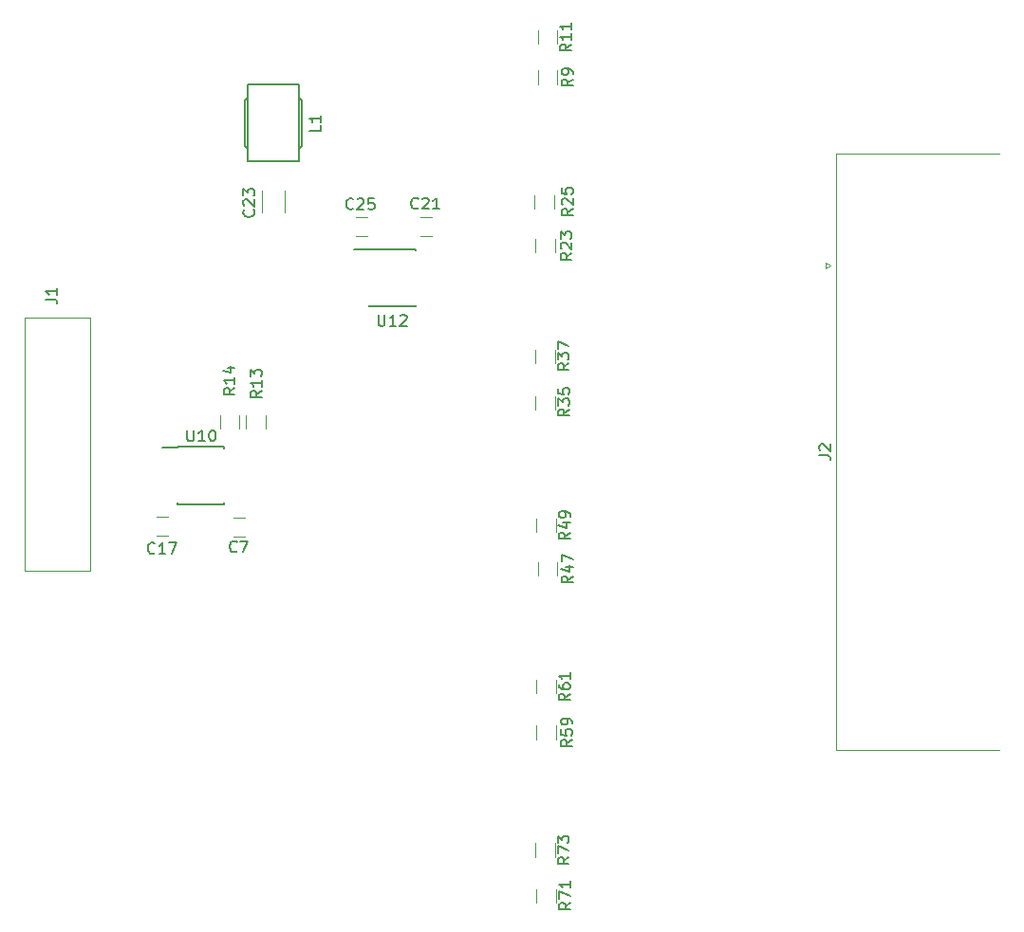
<source format=gbr>
G04 #@! TF.GenerationSoftware,KiCad,Pcbnew,(5.1.2)-1*
G04 #@! TF.CreationDate,2019-12-09T15:06:57+03:00*
G04 #@! TF.ProjectId,DAC_board,4441435f-626f-4617-9264-2e6b69636164,rev?*
G04 #@! TF.SameCoordinates,Original*
G04 #@! TF.FileFunction,Legend,Top*
G04 #@! TF.FilePolarity,Positive*
%FSLAX46Y46*%
G04 Gerber Fmt 4.6, Leading zero omitted, Abs format (unit mm)*
G04 Created by KiCad (PCBNEW (5.1.2)-1) date 2019-12-09 15:06:57*
%MOMM*%
%LPD*%
G04 APERTURE LIST*
%ADD10C,0.120000*%
%ADD11C,0.150000*%
G04 APERTURE END LIST*
D10*
X187478675Y-78300000D02*
X187045662Y-78550000D01*
X187045662Y-78050000D02*
X187478675Y-78300000D01*
X187045662Y-78550000D02*
X187045662Y-78050000D01*
X187940000Y-68310000D02*
X202480000Y-68310000D01*
X187940000Y-121530000D02*
X187940000Y-68310000D01*
X202480000Y-121530000D02*
X187940000Y-121530000D01*
X135200000Y-100800000D02*
X134200000Y-100800000D01*
X134200000Y-102500000D02*
X135200000Y-102500000D01*
X128350000Y-100750000D02*
X127350000Y-100750000D01*
X127350000Y-102450000D02*
X128350000Y-102450000D01*
X150900000Y-75650000D02*
X151900000Y-75650000D01*
X151900000Y-73950000D02*
X150900000Y-73950000D01*
X145100000Y-75700000D02*
X146100000Y-75700000D01*
X146100000Y-74000000D02*
X145100000Y-74000000D01*
D11*
X139986000Y-67886000D02*
X139986000Y-69029000D01*
X139986000Y-69029000D02*
X135414000Y-69029000D01*
X135414000Y-69029000D02*
X135414000Y-67886000D01*
X139986000Y-63314000D02*
X139986000Y-62171000D01*
X139986000Y-62171000D02*
X135414000Y-62171000D01*
X135414000Y-62171000D02*
X135414000Y-63314000D01*
X135414000Y-63314000D02*
X135414000Y-67886000D01*
X139986000Y-63314000D02*
X139986000Y-67886000D01*
X139986000Y-63314000D02*
X140240000Y-63568000D01*
X140240000Y-63568000D02*
X140240000Y-67632000D01*
X140240000Y-67632000D02*
X139986000Y-67886000D01*
X135414000Y-67886000D02*
X135160000Y-67632000D01*
X135160000Y-67632000D02*
X135160000Y-63822000D01*
X135160000Y-63822000D02*
X135160000Y-63568000D01*
X135160000Y-63568000D02*
X135414000Y-63314000D01*
D10*
X163080000Y-60900000D02*
X163080000Y-62100000D01*
X161320000Y-62100000D02*
X161320000Y-60900000D01*
X161320000Y-58500000D02*
X161320000Y-57300000D01*
X163080000Y-57300000D02*
X163080000Y-58500000D01*
X137080000Y-91700000D02*
X137080000Y-92900000D01*
X135320000Y-92900000D02*
X135320000Y-91700000D01*
X132970000Y-92900000D02*
X132970000Y-91700000D01*
X134730000Y-91700000D02*
X134730000Y-92900000D01*
X162880000Y-75900000D02*
X162880000Y-77100000D01*
X161120000Y-77100000D02*
X161120000Y-75900000D01*
X161020000Y-73200000D02*
X161020000Y-72000000D01*
X162780000Y-72000000D02*
X162780000Y-73200000D01*
X162880000Y-90000000D02*
X162880000Y-91200000D01*
X161120000Y-91200000D02*
X161120000Y-90000000D01*
X161120000Y-87000000D02*
X161120000Y-85800000D01*
X162880000Y-85800000D02*
X162880000Y-87000000D01*
X163080000Y-104800000D02*
X163080000Y-106000000D01*
X161320000Y-106000000D02*
X161320000Y-104800000D01*
X161220000Y-102100000D02*
X161220000Y-100900000D01*
X162980000Y-100900000D02*
X162980000Y-102100000D01*
X162980000Y-119400000D02*
X162980000Y-120600000D01*
X161220000Y-120600000D02*
X161220000Y-119400000D01*
X161220000Y-116500000D02*
X161220000Y-115300000D01*
X162980000Y-115300000D02*
X162980000Y-116500000D01*
X162980000Y-134000000D02*
X162980000Y-135200000D01*
X161220000Y-135200000D02*
X161220000Y-134000000D01*
X161120000Y-131100000D02*
X161120000Y-129900000D01*
X162880000Y-129900000D02*
X162880000Y-131100000D01*
D11*
X129225000Y-94475000D02*
X129225000Y-94525000D01*
X133375000Y-94475000D02*
X133375000Y-94620000D01*
X133375000Y-99625000D02*
X133375000Y-99480000D01*
X129225000Y-99625000D02*
X129225000Y-99480000D01*
X129225000Y-94475000D02*
X133375000Y-94475000D01*
X129225000Y-99625000D02*
X133375000Y-99625000D01*
X129225000Y-94525000D02*
X127825000Y-94525000D01*
X146325000Y-76825000D02*
X146325000Y-76875000D01*
X150475000Y-76825000D02*
X150475000Y-76970000D01*
X150475000Y-81975000D02*
X150475000Y-81830000D01*
X146325000Y-81975000D02*
X146325000Y-81830000D01*
X146325000Y-76825000D02*
X150475000Y-76825000D01*
X146325000Y-81975000D02*
X150475000Y-81975000D01*
X146325000Y-76875000D02*
X144925000Y-76875000D01*
D10*
X115590000Y-84200000D02*
X115590000Y-104270000D01*
X121430000Y-104270000D02*
X121430000Y-84200000D01*
X115590000Y-82930000D02*
X121430000Y-82930000D01*
X121430000Y-84200000D02*
X121430000Y-82930000D01*
X115590000Y-84200000D02*
X115590000Y-82930000D01*
X121430000Y-105540000D02*
X121430000Y-104270000D01*
X115590000Y-105540000D02*
X121430000Y-105540000D01*
X115590000Y-104270000D02*
X115590000Y-105540000D01*
X138720000Y-73600000D02*
X138720000Y-71600000D01*
X136680000Y-71600000D02*
X136680000Y-73600000D01*
D11*
X186452380Y-95253333D02*
X187166666Y-95253333D01*
X187309523Y-95300952D01*
X187404761Y-95396190D01*
X187452380Y-95539047D01*
X187452380Y-95634285D01*
X186547619Y-94824761D02*
X186500000Y-94777142D01*
X186452380Y-94681904D01*
X186452380Y-94443809D01*
X186500000Y-94348571D01*
X186547619Y-94300952D01*
X186642857Y-94253333D01*
X186738095Y-94253333D01*
X186880952Y-94300952D01*
X187452380Y-94872380D01*
X187452380Y-94253333D01*
X134483333Y-103807142D02*
X134435714Y-103854761D01*
X134292857Y-103902380D01*
X134197619Y-103902380D01*
X134054761Y-103854761D01*
X133959523Y-103759523D01*
X133911904Y-103664285D01*
X133864285Y-103473809D01*
X133864285Y-103330952D01*
X133911904Y-103140476D01*
X133959523Y-103045238D01*
X134054761Y-102950000D01*
X134197619Y-102902380D01*
X134292857Y-102902380D01*
X134435714Y-102950000D01*
X134483333Y-102997619D01*
X134816666Y-102902380D02*
X135483333Y-102902380D01*
X135054761Y-103902380D01*
X127157142Y-103957142D02*
X127109523Y-104004761D01*
X126966666Y-104052380D01*
X126871428Y-104052380D01*
X126728571Y-104004761D01*
X126633333Y-103909523D01*
X126585714Y-103814285D01*
X126538095Y-103623809D01*
X126538095Y-103480952D01*
X126585714Y-103290476D01*
X126633333Y-103195238D01*
X126728571Y-103100000D01*
X126871428Y-103052380D01*
X126966666Y-103052380D01*
X127109523Y-103100000D01*
X127157142Y-103147619D01*
X128109523Y-104052380D02*
X127538095Y-104052380D01*
X127823809Y-104052380D02*
X127823809Y-103052380D01*
X127728571Y-103195238D01*
X127633333Y-103290476D01*
X127538095Y-103338095D01*
X128442857Y-103052380D02*
X129109523Y-103052380D01*
X128680952Y-104052380D01*
X150657142Y-73157142D02*
X150609523Y-73204761D01*
X150466666Y-73252380D01*
X150371428Y-73252380D01*
X150228571Y-73204761D01*
X150133333Y-73109523D01*
X150085714Y-73014285D01*
X150038095Y-72823809D01*
X150038095Y-72680952D01*
X150085714Y-72490476D01*
X150133333Y-72395238D01*
X150228571Y-72300000D01*
X150371428Y-72252380D01*
X150466666Y-72252380D01*
X150609523Y-72300000D01*
X150657142Y-72347619D01*
X151038095Y-72347619D02*
X151085714Y-72300000D01*
X151180952Y-72252380D01*
X151419047Y-72252380D01*
X151514285Y-72300000D01*
X151561904Y-72347619D01*
X151609523Y-72442857D01*
X151609523Y-72538095D01*
X151561904Y-72680952D01*
X150990476Y-73252380D01*
X151609523Y-73252380D01*
X152561904Y-73252380D02*
X151990476Y-73252380D01*
X152276190Y-73252380D02*
X152276190Y-72252380D01*
X152180952Y-72395238D01*
X152085714Y-72490476D01*
X151990476Y-72538095D01*
X144857142Y-73207142D02*
X144809523Y-73254761D01*
X144666666Y-73302380D01*
X144571428Y-73302380D01*
X144428571Y-73254761D01*
X144333333Y-73159523D01*
X144285714Y-73064285D01*
X144238095Y-72873809D01*
X144238095Y-72730952D01*
X144285714Y-72540476D01*
X144333333Y-72445238D01*
X144428571Y-72350000D01*
X144571428Y-72302380D01*
X144666666Y-72302380D01*
X144809523Y-72350000D01*
X144857142Y-72397619D01*
X145238095Y-72397619D02*
X145285714Y-72350000D01*
X145380952Y-72302380D01*
X145619047Y-72302380D01*
X145714285Y-72350000D01*
X145761904Y-72397619D01*
X145809523Y-72492857D01*
X145809523Y-72588095D01*
X145761904Y-72730952D01*
X145190476Y-73302380D01*
X145809523Y-73302380D01*
X146714285Y-72302380D02*
X146238095Y-72302380D01*
X146190476Y-72778571D01*
X146238095Y-72730952D01*
X146333333Y-72683333D01*
X146571428Y-72683333D01*
X146666666Y-72730952D01*
X146714285Y-72778571D01*
X146761904Y-72873809D01*
X146761904Y-73111904D01*
X146714285Y-73207142D01*
X146666666Y-73254761D01*
X146571428Y-73302380D01*
X146333333Y-73302380D01*
X146238095Y-73254761D01*
X146190476Y-73207142D01*
X141962380Y-65766666D02*
X141962380Y-66242857D01*
X140962380Y-66242857D01*
X141962380Y-64909523D02*
X141962380Y-65480952D01*
X141962380Y-65195238D02*
X140962380Y-65195238D01*
X141105238Y-65290476D01*
X141200476Y-65385714D01*
X141248095Y-65480952D01*
X164452380Y-61666666D02*
X163976190Y-62000000D01*
X164452380Y-62238095D02*
X163452380Y-62238095D01*
X163452380Y-61857142D01*
X163500000Y-61761904D01*
X163547619Y-61714285D01*
X163642857Y-61666666D01*
X163785714Y-61666666D01*
X163880952Y-61714285D01*
X163928571Y-61761904D01*
X163976190Y-61857142D01*
X163976190Y-62238095D01*
X164452380Y-61190476D02*
X164452380Y-61000000D01*
X164404761Y-60904761D01*
X164357142Y-60857142D01*
X164214285Y-60761904D01*
X164023809Y-60714285D01*
X163642857Y-60714285D01*
X163547619Y-60761904D01*
X163500000Y-60809523D01*
X163452380Y-60904761D01*
X163452380Y-61095238D01*
X163500000Y-61190476D01*
X163547619Y-61238095D01*
X163642857Y-61285714D01*
X163880952Y-61285714D01*
X163976190Y-61238095D01*
X164023809Y-61190476D01*
X164071428Y-61095238D01*
X164071428Y-60904761D01*
X164023809Y-60809523D01*
X163976190Y-60761904D01*
X163880952Y-60714285D01*
X164302380Y-58542857D02*
X163826190Y-58876190D01*
X164302380Y-59114285D02*
X163302380Y-59114285D01*
X163302380Y-58733333D01*
X163350000Y-58638095D01*
X163397619Y-58590476D01*
X163492857Y-58542857D01*
X163635714Y-58542857D01*
X163730952Y-58590476D01*
X163778571Y-58638095D01*
X163826190Y-58733333D01*
X163826190Y-59114285D01*
X164302380Y-57590476D02*
X164302380Y-58161904D01*
X164302380Y-57876190D02*
X163302380Y-57876190D01*
X163445238Y-57971428D01*
X163540476Y-58066666D01*
X163588095Y-58161904D01*
X164302380Y-56638095D02*
X164302380Y-57209523D01*
X164302380Y-56923809D02*
X163302380Y-56923809D01*
X163445238Y-57019047D01*
X163540476Y-57114285D01*
X163588095Y-57209523D01*
X136702380Y-89492857D02*
X136226190Y-89826190D01*
X136702380Y-90064285D02*
X135702380Y-90064285D01*
X135702380Y-89683333D01*
X135750000Y-89588095D01*
X135797619Y-89540476D01*
X135892857Y-89492857D01*
X136035714Y-89492857D01*
X136130952Y-89540476D01*
X136178571Y-89588095D01*
X136226190Y-89683333D01*
X136226190Y-90064285D01*
X136702380Y-88540476D02*
X136702380Y-89111904D01*
X136702380Y-88826190D02*
X135702380Y-88826190D01*
X135845238Y-88921428D01*
X135940476Y-89016666D01*
X135988095Y-89111904D01*
X135702380Y-88207142D02*
X135702380Y-87588095D01*
X136083333Y-87921428D01*
X136083333Y-87778571D01*
X136130952Y-87683333D01*
X136178571Y-87635714D01*
X136273809Y-87588095D01*
X136511904Y-87588095D01*
X136607142Y-87635714D01*
X136654761Y-87683333D01*
X136702380Y-87778571D01*
X136702380Y-88064285D01*
X136654761Y-88159523D01*
X136607142Y-88207142D01*
X134302380Y-89242857D02*
X133826190Y-89576190D01*
X134302380Y-89814285D02*
X133302380Y-89814285D01*
X133302380Y-89433333D01*
X133350000Y-89338095D01*
X133397619Y-89290476D01*
X133492857Y-89242857D01*
X133635714Y-89242857D01*
X133730952Y-89290476D01*
X133778571Y-89338095D01*
X133826190Y-89433333D01*
X133826190Y-89814285D01*
X134302380Y-88290476D02*
X134302380Y-88861904D01*
X134302380Y-88576190D02*
X133302380Y-88576190D01*
X133445238Y-88671428D01*
X133540476Y-88766666D01*
X133588095Y-88861904D01*
X133635714Y-87433333D02*
X134302380Y-87433333D01*
X133254761Y-87671428D02*
X133969047Y-87909523D01*
X133969047Y-87290476D01*
X164352380Y-77192857D02*
X163876190Y-77526190D01*
X164352380Y-77764285D02*
X163352380Y-77764285D01*
X163352380Y-77383333D01*
X163400000Y-77288095D01*
X163447619Y-77240476D01*
X163542857Y-77192857D01*
X163685714Y-77192857D01*
X163780952Y-77240476D01*
X163828571Y-77288095D01*
X163876190Y-77383333D01*
X163876190Y-77764285D01*
X163447619Y-76811904D02*
X163400000Y-76764285D01*
X163352380Y-76669047D01*
X163352380Y-76430952D01*
X163400000Y-76335714D01*
X163447619Y-76288095D01*
X163542857Y-76240476D01*
X163638095Y-76240476D01*
X163780952Y-76288095D01*
X164352380Y-76859523D01*
X164352380Y-76240476D01*
X163352380Y-75907142D02*
X163352380Y-75288095D01*
X163733333Y-75621428D01*
X163733333Y-75478571D01*
X163780952Y-75383333D01*
X163828571Y-75335714D01*
X163923809Y-75288095D01*
X164161904Y-75288095D01*
X164257142Y-75335714D01*
X164304761Y-75383333D01*
X164352380Y-75478571D01*
X164352380Y-75764285D01*
X164304761Y-75859523D01*
X164257142Y-75907142D01*
X164452380Y-73242857D02*
X163976190Y-73576190D01*
X164452380Y-73814285D02*
X163452380Y-73814285D01*
X163452380Y-73433333D01*
X163500000Y-73338095D01*
X163547619Y-73290476D01*
X163642857Y-73242857D01*
X163785714Y-73242857D01*
X163880952Y-73290476D01*
X163928571Y-73338095D01*
X163976190Y-73433333D01*
X163976190Y-73814285D01*
X163547619Y-72861904D02*
X163500000Y-72814285D01*
X163452380Y-72719047D01*
X163452380Y-72480952D01*
X163500000Y-72385714D01*
X163547619Y-72338095D01*
X163642857Y-72290476D01*
X163738095Y-72290476D01*
X163880952Y-72338095D01*
X164452380Y-72909523D01*
X164452380Y-72290476D01*
X163452380Y-71385714D02*
X163452380Y-71861904D01*
X163928571Y-71909523D01*
X163880952Y-71861904D01*
X163833333Y-71766666D01*
X163833333Y-71528571D01*
X163880952Y-71433333D01*
X163928571Y-71385714D01*
X164023809Y-71338095D01*
X164261904Y-71338095D01*
X164357142Y-71385714D01*
X164404761Y-71433333D01*
X164452380Y-71528571D01*
X164452380Y-71766666D01*
X164404761Y-71861904D01*
X164357142Y-71909523D01*
X164152380Y-91142857D02*
X163676190Y-91476190D01*
X164152380Y-91714285D02*
X163152380Y-91714285D01*
X163152380Y-91333333D01*
X163200000Y-91238095D01*
X163247619Y-91190476D01*
X163342857Y-91142857D01*
X163485714Y-91142857D01*
X163580952Y-91190476D01*
X163628571Y-91238095D01*
X163676190Y-91333333D01*
X163676190Y-91714285D01*
X163152380Y-90809523D02*
X163152380Y-90190476D01*
X163533333Y-90523809D01*
X163533333Y-90380952D01*
X163580952Y-90285714D01*
X163628571Y-90238095D01*
X163723809Y-90190476D01*
X163961904Y-90190476D01*
X164057142Y-90238095D01*
X164104761Y-90285714D01*
X164152380Y-90380952D01*
X164152380Y-90666666D01*
X164104761Y-90761904D01*
X164057142Y-90809523D01*
X163152380Y-89285714D02*
X163152380Y-89761904D01*
X163628571Y-89809523D01*
X163580952Y-89761904D01*
X163533333Y-89666666D01*
X163533333Y-89428571D01*
X163580952Y-89333333D01*
X163628571Y-89285714D01*
X163723809Y-89238095D01*
X163961904Y-89238095D01*
X164057142Y-89285714D01*
X164104761Y-89333333D01*
X164152380Y-89428571D01*
X164152380Y-89666666D01*
X164104761Y-89761904D01*
X164057142Y-89809523D01*
X164102380Y-87042857D02*
X163626190Y-87376190D01*
X164102380Y-87614285D02*
X163102380Y-87614285D01*
X163102380Y-87233333D01*
X163150000Y-87138095D01*
X163197619Y-87090476D01*
X163292857Y-87042857D01*
X163435714Y-87042857D01*
X163530952Y-87090476D01*
X163578571Y-87138095D01*
X163626190Y-87233333D01*
X163626190Y-87614285D01*
X163102380Y-86709523D02*
X163102380Y-86090476D01*
X163483333Y-86423809D01*
X163483333Y-86280952D01*
X163530952Y-86185714D01*
X163578571Y-86138095D01*
X163673809Y-86090476D01*
X163911904Y-86090476D01*
X164007142Y-86138095D01*
X164054761Y-86185714D01*
X164102380Y-86280952D01*
X164102380Y-86566666D01*
X164054761Y-86661904D01*
X164007142Y-86709523D01*
X163102380Y-85757142D02*
X163102380Y-85090476D01*
X164102380Y-85519047D01*
X164452380Y-106042857D02*
X163976190Y-106376190D01*
X164452380Y-106614285D02*
X163452380Y-106614285D01*
X163452380Y-106233333D01*
X163500000Y-106138095D01*
X163547619Y-106090476D01*
X163642857Y-106042857D01*
X163785714Y-106042857D01*
X163880952Y-106090476D01*
X163928571Y-106138095D01*
X163976190Y-106233333D01*
X163976190Y-106614285D01*
X163785714Y-105185714D02*
X164452380Y-105185714D01*
X163404761Y-105423809D02*
X164119047Y-105661904D01*
X164119047Y-105042857D01*
X163452380Y-104757142D02*
X163452380Y-104090476D01*
X164452380Y-104519047D01*
X164202380Y-102142857D02*
X163726190Y-102476190D01*
X164202380Y-102714285D02*
X163202380Y-102714285D01*
X163202380Y-102333333D01*
X163250000Y-102238095D01*
X163297619Y-102190476D01*
X163392857Y-102142857D01*
X163535714Y-102142857D01*
X163630952Y-102190476D01*
X163678571Y-102238095D01*
X163726190Y-102333333D01*
X163726190Y-102714285D01*
X163535714Y-101285714D02*
X164202380Y-101285714D01*
X163154761Y-101523809D02*
X163869047Y-101761904D01*
X163869047Y-101142857D01*
X164202380Y-100714285D02*
X164202380Y-100523809D01*
X164154761Y-100428571D01*
X164107142Y-100380952D01*
X163964285Y-100285714D01*
X163773809Y-100238095D01*
X163392857Y-100238095D01*
X163297619Y-100285714D01*
X163250000Y-100333333D01*
X163202380Y-100428571D01*
X163202380Y-100619047D01*
X163250000Y-100714285D01*
X163297619Y-100761904D01*
X163392857Y-100809523D01*
X163630952Y-100809523D01*
X163726190Y-100761904D01*
X163773809Y-100714285D01*
X163821428Y-100619047D01*
X163821428Y-100428571D01*
X163773809Y-100333333D01*
X163726190Y-100285714D01*
X163630952Y-100238095D01*
X164402380Y-120642857D02*
X163926190Y-120976190D01*
X164402380Y-121214285D02*
X163402380Y-121214285D01*
X163402380Y-120833333D01*
X163450000Y-120738095D01*
X163497619Y-120690476D01*
X163592857Y-120642857D01*
X163735714Y-120642857D01*
X163830952Y-120690476D01*
X163878571Y-120738095D01*
X163926190Y-120833333D01*
X163926190Y-121214285D01*
X163402380Y-119738095D02*
X163402380Y-120214285D01*
X163878571Y-120261904D01*
X163830952Y-120214285D01*
X163783333Y-120119047D01*
X163783333Y-119880952D01*
X163830952Y-119785714D01*
X163878571Y-119738095D01*
X163973809Y-119690476D01*
X164211904Y-119690476D01*
X164307142Y-119738095D01*
X164354761Y-119785714D01*
X164402380Y-119880952D01*
X164402380Y-120119047D01*
X164354761Y-120214285D01*
X164307142Y-120261904D01*
X164402380Y-119214285D02*
X164402380Y-119023809D01*
X164354761Y-118928571D01*
X164307142Y-118880952D01*
X164164285Y-118785714D01*
X163973809Y-118738095D01*
X163592857Y-118738095D01*
X163497619Y-118785714D01*
X163450000Y-118833333D01*
X163402380Y-118928571D01*
X163402380Y-119119047D01*
X163450000Y-119214285D01*
X163497619Y-119261904D01*
X163592857Y-119309523D01*
X163830952Y-119309523D01*
X163926190Y-119261904D01*
X163973809Y-119214285D01*
X164021428Y-119119047D01*
X164021428Y-118928571D01*
X163973809Y-118833333D01*
X163926190Y-118785714D01*
X163830952Y-118738095D01*
X164202380Y-116542857D02*
X163726190Y-116876190D01*
X164202380Y-117114285D02*
X163202380Y-117114285D01*
X163202380Y-116733333D01*
X163250000Y-116638095D01*
X163297619Y-116590476D01*
X163392857Y-116542857D01*
X163535714Y-116542857D01*
X163630952Y-116590476D01*
X163678571Y-116638095D01*
X163726190Y-116733333D01*
X163726190Y-117114285D01*
X163202380Y-115685714D02*
X163202380Y-115876190D01*
X163250000Y-115971428D01*
X163297619Y-116019047D01*
X163440476Y-116114285D01*
X163630952Y-116161904D01*
X164011904Y-116161904D01*
X164107142Y-116114285D01*
X164154761Y-116066666D01*
X164202380Y-115971428D01*
X164202380Y-115780952D01*
X164154761Y-115685714D01*
X164107142Y-115638095D01*
X164011904Y-115590476D01*
X163773809Y-115590476D01*
X163678571Y-115638095D01*
X163630952Y-115685714D01*
X163583333Y-115780952D01*
X163583333Y-115971428D01*
X163630952Y-116066666D01*
X163678571Y-116114285D01*
X163773809Y-116161904D01*
X164202380Y-114638095D02*
X164202380Y-115209523D01*
X164202380Y-114923809D02*
X163202380Y-114923809D01*
X163345238Y-115019047D01*
X163440476Y-115114285D01*
X163488095Y-115209523D01*
X164252380Y-135192857D02*
X163776190Y-135526190D01*
X164252380Y-135764285D02*
X163252380Y-135764285D01*
X163252380Y-135383333D01*
X163300000Y-135288095D01*
X163347619Y-135240476D01*
X163442857Y-135192857D01*
X163585714Y-135192857D01*
X163680952Y-135240476D01*
X163728571Y-135288095D01*
X163776190Y-135383333D01*
X163776190Y-135764285D01*
X163252380Y-134859523D02*
X163252380Y-134192857D01*
X164252380Y-134621428D01*
X164252380Y-133288095D02*
X164252380Y-133859523D01*
X164252380Y-133573809D02*
X163252380Y-133573809D01*
X163395238Y-133669047D01*
X163490476Y-133764285D01*
X163538095Y-133859523D01*
X164102380Y-131142857D02*
X163626190Y-131476190D01*
X164102380Y-131714285D02*
X163102380Y-131714285D01*
X163102380Y-131333333D01*
X163150000Y-131238095D01*
X163197619Y-131190476D01*
X163292857Y-131142857D01*
X163435714Y-131142857D01*
X163530952Y-131190476D01*
X163578571Y-131238095D01*
X163626190Y-131333333D01*
X163626190Y-131714285D01*
X163102380Y-130809523D02*
X163102380Y-130142857D01*
X164102380Y-130571428D01*
X163102380Y-129857142D02*
X163102380Y-129238095D01*
X163483333Y-129571428D01*
X163483333Y-129428571D01*
X163530952Y-129333333D01*
X163578571Y-129285714D01*
X163673809Y-129238095D01*
X163911904Y-129238095D01*
X164007142Y-129285714D01*
X164054761Y-129333333D01*
X164102380Y-129428571D01*
X164102380Y-129714285D01*
X164054761Y-129809523D01*
X164007142Y-129857142D01*
X130061904Y-93002380D02*
X130061904Y-93811904D01*
X130109523Y-93907142D01*
X130157142Y-93954761D01*
X130252380Y-94002380D01*
X130442857Y-94002380D01*
X130538095Y-93954761D01*
X130585714Y-93907142D01*
X130633333Y-93811904D01*
X130633333Y-93002380D01*
X131633333Y-94002380D02*
X131061904Y-94002380D01*
X131347619Y-94002380D02*
X131347619Y-93002380D01*
X131252380Y-93145238D01*
X131157142Y-93240476D01*
X131061904Y-93288095D01*
X132252380Y-93002380D02*
X132347619Y-93002380D01*
X132442857Y-93050000D01*
X132490476Y-93097619D01*
X132538095Y-93192857D01*
X132585714Y-93383333D01*
X132585714Y-93621428D01*
X132538095Y-93811904D01*
X132490476Y-93907142D01*
X132442857Y-93954761D01*
X132347619Y-94002380D01*
X132252380Y-94002380D01*
X132157142Y-93954761D01*
X132109523Y-93907142D01*
X132061904Y-93811904D01*
X132014285Y-93621428D01*
X132014285Y-93383333D01*
X132061904Y-93192857D01*
X132109523Y-93097619D01*
X132157142Y-93050000D01*
X132252380Y-93002380D01*
X147111904Y-82702380D02*
X147111904Y-83511904D01*
X147159523Y-83607142D01*
X147207142Y-83654761D01*
X147302380Y-83702380D01*
X147492857Y-83702380D01*
X147588095Y-83654761D01*
X147635714Y-83607142D01*
X147683333Y-83511904D01*
X147683333Y-82702380D01*
X148683333Y-83702380D02*
X148111904Y-83702380D01*
X148397619Y-83702380D02*
X148397619Y-82702380D01*
X148302380Y-82845238D01*
X148207142Y-82940476D01*
X148111904Y-82988095D01*
X149064285Y-82797619D02*
X149111904Y-82750000D01*
X149207142Y-82702380D01*
X149445238Y-82702380D01*
X149540476Y-82750000D01*
X149588095Y-82797619D01*
X149635714Y-82892857D01*
X149635714Y-82988095D01*
X149588095Y-83130952D01*
X149016666Y-83702380D01*
X149635714Y-83702380D01*
X117452380Y-81333333D02*
X118166666Y-81333333D01*
X118309523Y-81380952D01*
X118404761Y-81476190D01*
X118452380Y-81619047D01*
X118452380Y-81714285D01*
X118452380Y-80333333D02*
X118452380Y-80904761D01*
X118452380Y-80619047D02*
X117452380Y-80619047D01*
X117595238Y-80714285D01*
X117690476Y-80809523D01*
X117738095Y-80904761D01*
X135957142Y-73342857D02*
X136004761Y-73390476D01*
X136052380Y-73533333D01*
X136052380Y-73628571D01*
X136004761Y-73771428D01*
X135909523Y-73866666D01*
X135814285Y-73914285D01*
X135623809Y-73961904D01*
X135480952Y-73961904D01*
X135290476Y-73914285D01*
X135195238Y-73866666D01*
X135100000Y-73771428D01*
X135052380Y-73628571D01*
X135052380Y-73533333D01*
X135100000Y-73390476D01*
X135147619Y-73342857D01*
X135147619Y-72961904D02*
X135100000Y-72914285D01*
X135052380Y-72819047D01*
X135052380Y-72580952D01*
X135100000Y-72485714D01*
X135147619Y-72438095D01*
X135242857Y-72390476D01*
X135338095Y-72390476D01*
X135480952Y-72438095D01*
X136052380Y-73009523D01*
X136052380Y-72390476D01*
X135052380Y-72057142D02*
X135052380Y-71438095D01*
X135433333Y-71771428D01*
X135433333Y-71628571D01*
X135480952Y-71533333D01*
X135528571Y-71485714D01*
X135623809Y-71438095D01*
X135861904Y-71438095D01*
X135957142Y-71485714D01*
X136004761Y-71533333D01*
X136052380Y-71628571D01*
X136052380Y-71914285D01*
X136004761Y-72009523D01*
X135957142Y-72057142D01*
M02*

</source>
